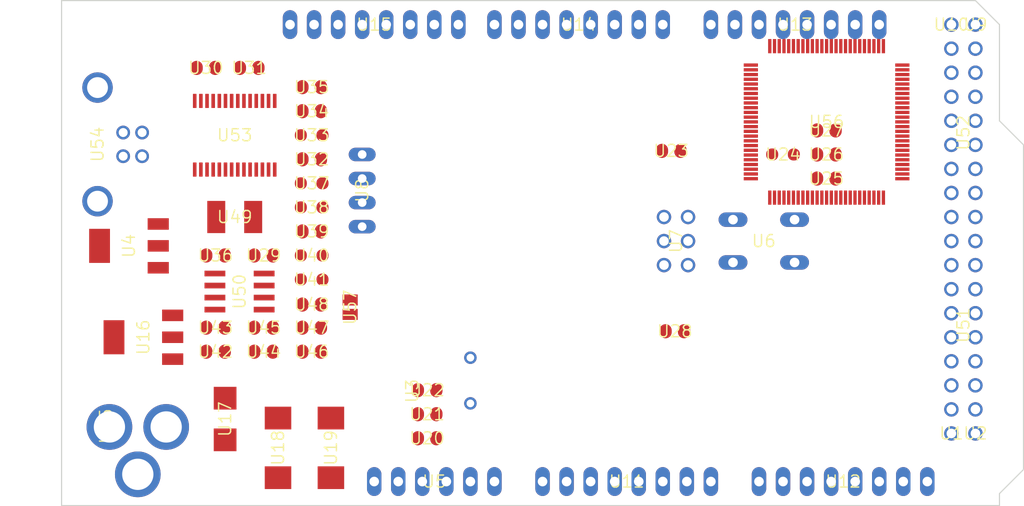
<source format=kicad_pcb>
(kicad_pcb (version 20221018) (generator pcbnew)
  (layers (0 "F.Cu" signal "Top") (31 "B.Cu" signal "Bottom") (34 "B.Paste" user) (35 "F.Paste" user) (36 "B.SilkS" user "B.Silkscreen") (37 "F.SilkS" user "F.Silkscreen") (38 "B.Mask" user) (39 "F.Mask" user) (44 "Edge.Cuts" user))
  (net 0 "")
  (net 1 "+5V")
  (net 2 "GND")
  (net 3 "N$6")
  (net 4 "N$7")
  (net 5 "AREF")
  (net 6 "RESET")
  (net 7 "VIN")
  (net 8 "N$3")
  (net 9 "PWRIN")
  (net 10 "M8RXD")
  (net 11 "M8TXD")
  (net 12 "ADC0")
  (net 13 "ADC2")
  (net 14 "ADC1")
  (net 15 "ADC3")
  (net 16 "ADC4")
  (net 17 "ADC5")
  (net 18 "ADC6")
  (net 19 "ADC7")
  (net 20 "+3V3")
  (net 21 "SDA")
  (net 22 "SCL")
  (net 23 "ADC9")
  (net 24 "ADC8")
  (net 25 "ADC10")
  (net 26 "ADC11")
  (net 27 "ADC12")
  (net 28 "ADC13")
  (net 29 "ADC14")
  (net 30 "ADC15")
  (net 31 "PB3")
  (net 32 "PB2")
  (net 33 "PB1")
  (net 34 "PB5")
  (net 35 "PB4")
  (net 36 "PE5")
  (net 37 "PE4")
  (net 38 "PE3")
  (net 39 "PE1")
  (net 40 "PE0")
  (net 41 "N$15")
  (net 42 "N$53")
  (net 43 "N$54")
  (net 44 "N$55")
  (net 45 "D-")
  (net 46 "D+")
  (net 47 "N$60")
  (net 48 "DTR")
  (net 49 "USBVCC")
  (net 50 "N$2")
  (net 51 "N$4")
  (net 52 "GATE_CMD")
  (net 53 "CMP")
  (net 54 "PB6")
  (net 55 "PH3")
  (net 56 "PH4")
  (net 57 "PH5")
  (net 58 "PH6")
  (net 59 "PG5")
  (net 60 "RXD1")
  (net 61 "TXD1")
  (net 62 "RXD2")
  (net 63 "RXD3")
  (net 64 "TXD2")
  (net 65 "TXD3")
  (net 66 "PC0")
  (net 67 "PC1")
  (net 68 "PC2")
  (net 69 "PC3")
  (net 70 "PC4")
  (net 71 "PC5")
  (net 72 "PC6")
  (net 73 "PC7")
  (net 74 "PB0")
  (net 75 "PG0")
  (net 76 "PG1")
  (net 77 "PG2")
  (net 78 "PD7")
  (net 79 "PA0")
  (net 80 "PA1")
  (net 81 "PA2")
  (net 82 "PA3")
  (net 83 "PA4")
  (net 84 "PA5")
  (net 85 "PA6")
  (net 86 "PA7")
  (net 87 "PL0")
  (net 88 "PL1")
  (net 89 "PL2")
  (net 90 "PL3")
  (net 91 "PL4")
  (net 92 "PL5")
  (net 93 "PL6")
  (net 94 "PL7")
  (net 95 "PB7")
  (net 96 "CTS")
  (net 97 "DSR")
  (net 98 "DCD")
  (net 99 "RI")
  (footprint "Arduino_MEGA_Reference_Design:2X03" (layer "F.Cu") (at 162.5981 103.7336 -90)
    (fp_text reference "U7")
    (fp_text value "")
  )
  (footprint "Arduino_MEGA_Reference_Design:1X08" (layer "F.Cu") (at 152.3111 80.8736 180)
    (fp_text reference "U14")
    (fp_text value "")
  )
  (footprint "Arduino_MEGA_Reference_Design:1X08" (layer "F.Cu") (at 130.7211 80.8736 180)
    (fp_text reference "U15")
    (fp_text value "")
  )
  (footprint "Arduino_MEGA_Reference_Design:SMC_D" (layer "F.Cu") (at 120.5611 125.5776 -90)
    (fp_text reference "U18")
    (fp_text value "")
  )
  (footprint "Arduino_MEGA_Reference_Design:SMC_D" (layer "F.Cu") (at 126.1491 125.5776 -90)
    (fp_text reference "U19")
    (fp_text value "")
  )
  (footprint "Arduino_MEGA_Reference_Design:B3F-10XX" (layer "F.Cu") (at 171.8691 103.7336 180)
    (fp_text reference "U6")
    (fp_text value "")
  )
  (footprint "Arduino_MEGA_Reference_Design:0805RND" (layer "F.Cu") (at 173.9011 94.5896 180)
    (fp_text reference "U24")
    (fp_text value "")
  )
  (footprint "Arduino_MEGA_Reference_Design:SMB" (layer "F.Cu") (at 114.9731 122.5296 -90)
    (fp_text reference "U17")
    (fp_text value "")
  )
  (footprint "Arduino_MEGA_Reference_Design:DC-21MM" (layer "F.Cu") (at 103.0351 123.2916 90)
    (fp_text reference "U55")
    (fp_text value "")
  )
  (footprint "Arduino_MEGA_Reference_Design:HC49_S" (layer "F.Cu") (at 140.8811 118.4656 90)
    (fp_text reference "U3")
    (fp_text value "")
  )
  (footprint "Arduino_MEGA_Reference_Design:SOT223" (layer "F.Cu") (at 106.3371 113.8936 90)
    (fp_text reference "U16")
    (fp_text value "")
  )
  (footprint "Arduino_MEGA_Reference_Design:1X06" (layer "F.Cu") (at 137.0711 129.1336)
    (fp_text reference "U5")
    (fp_text value "")
  )
  (footprint "Arduino_MEGA_Reference_Design:C0805RND" (layer "F.Cu") (at 124.1171 87.4776)
    (fp_text reference "U35")
    (fp_text value "")
  )
  (footprint "Arduino_MEGA_Reference_Design:C0805RND" (layer "F.Cu") (at 162.4711 113.2586)
    (fp_text reference "U28")
    (fp_text value "")
  )
  (footprint "Arduino_MEGA_Reference_Design:C0805RND" (layer "F.Cu") (at 136.3091 122.0216)
    (fp_text reference "U21")
    (fp_text value "")
  )
  (footprint "Arduino_MEGA_Reference_Design:C0805RND" (layer "F.Cu") (at 136.3091 119.4816)
    (fp_text reference "U22")
    (fp_text value "")
  )
  (footprint "Arduino_MEGA_Reference_Design:C0805RND" (layer "F.Cu") (at 113.9571 112.8776)
    (fp_text reference "U43")
    (fp_text value "")
  )
  (footprint "Arduino_MEGA_Reference_Design:RCL_0805RND" (layer "F.Cu") (at 124.1171 105.2576)
    (fp_text reference "U40")
    (fp_text value "")
  )
  (footprint "Arduino_MEGA_Reference_Design:RCL_0805RND" (layer "F.Cu") (at 124.1171 107.7976)
    (fp_text reference "U41")
    (fp_text value "")
  )
  (footprint "Arduino_MEGA_Reference_Design:1X08" (layer "F.Cu") (at 157.3911 129.1336)
    (fp_text reference "U11")
    (fp_text value "")
  )
  (footprint "Arduino_MEGA_Reference_Design:1X08" (layer "F.Cu") (at 175.1711 80.8736 180)
    (fp_text reference "U13")
    (fp_text value "")
  )
  (footprint "Arduino_MEGA_Reference_Design:R0805RND" (layer "F.Cu") (at 178.4731 94.5896 180)
    (fp_text reference "U26")
    (fp_text value "")
  )
  (footprint "Arduino_MEGA_Reference_Design:R0805RND" (layer "F.Cu") (at 178.4731 92.0496 180)
    (fp_text reference "U27")
    (fp_text value "")
  )
  (footprint "Arduino_MEGA_Reference_Design:TQFP100" (layer "F.Cu") (at 178.50128173828125 91.14759826660156 0)
    (fp_text reference "U56")
    (fp_text value "")
  )
  (footprint "Arduino_MEGA_Reference_Design:C0805RND" (layer "F.Cu") (at 162.0901 94.2086 180)
    (fp_text reference "U23")
    (fp_text value "")
  )
  (footprint "Arduino_MEGA_Reference_Design:C0805RND" (layer "F.Cu") (at 136.3091 124.5616)
    (fp_text reference "U20")
    (fp_text value "")
  )
  (footprint "Arduino_MEGA_Reference_Design:1X08" (layer "F.Cu") (at 180.2511 129.1336)
    (fp_text reference "U12")
    (fp_text value "")
  )
  (footprint "Arduino_MEGA_Reference_Design:R0805RND" (layer "F.Cu") (at 124.1171 112.8776)
    (fp_text reference "U47")
    (fp_text value "")
  )
  (footprint "Arduino_MEGA_Reference_Design:C0805RND" (layer "F.Cu") (at 124.1171 115.4176)
    (fp_text reference "U46")
    (fp_text value "")
  )
  (footprint "Arduino_MEGA_Reference_Design:C0805RND" (layer "F.Cu") (at 113.9571 105.2576)
    (fp_text reference "U36")
    (fp_text value "")
  )
  (footprint "Arduino_MEGA_Reference_Design:C0805RND" (layer "F.Cu") (at 112.9411 85.4456)
    (fp_text reference "U30")
    (fp_text value "")
  )
  (footprint "Arduino_MEGA_Reference_Design:0805RND" (layer "F.Cu") (at 124.1171 100.1776 180)
    (fp_text reference "U38")
    (fp_text value "")
  )
  (footprint "Arduino_MEGA_Reference_Design:0805RND" (layer "F.Cu") (at 124.1171 97.6376 180)
    (fp_text reference "U37")
    (fp_text value "")
  )
  (footprint "Arduino_MEGA_Reference_Design:R0805RND" (layer "F.Cu") (at 124.1171 95.0976)
    (fp_text reference "U32")
    (fp_text value "")
  )
  (footprint "Arduino_MEGA_Reference_Design:R0805RND" (layer "F.Cu") (at 124.1171 102.7176)
    (fp_text reference "U39")
    (fp_text value "")
  )
  (footprint "Arduino_MEGA_Reference_Design:SSOP28" (layer "F.Cu") (at 115.9891 92.5576)
    (fp_text reference "U53")
    (fp_text value "")
  )
  (footprint "Arduino_MEGA_Reference_Design:PN61729" (layer "F.Cu") (at 98.9584 93.5228 -90)
    (fp_text reference "U54")
    (fp_text value "")
  )
  (footprint "Arduino_MEGA_Reference_Design:L1812" (layer "F.Cu") (at 115.9891 101.1936)
    (fp_text reference "U49")
    (fp_text value "")
  )
  (footprint "Arduino_MEGA_Reference_Design:C0805RND" (layer "F.Cu") (at 117.5131 85.4456)
    (fp_text reference "U31")
    (fp_text value "")
  )
  (footprint "Arduino_MEGA_Reference_Design:0805RND" (layer "F.Cu") (at 124.1171 92.5576 180)
    (fp_text reference "U33")
    (fp_text value "")
  )
  (footprint "Arduino_MEGA_Reference_Design:R0805RND" (layer "F.Cu") (at 124.1171 90.0176 180)
    (fp_text reference "U34")
    (fp_text value "")
  )
  (footprint "Arduino_MEGA_Reference_Design:C0805RND" (layer "F.Cu") (at 124.1171 110.4392 180)
    (fp_text reference "U48")
    (fp_text value "")
  )
  (footprint "Arduino_MEGA_Reference_Design:SOT223" (layer "F.Cu") (at 104.8131 104.2416 90)
    (fp_text reference "U4")
    (fp_text value "")
  )
  (footprint "Arduino_MEGA_Reference_Design:SO08" (layer "F.Cu") (at 116.4971 109.0676 -90)
    (fp_text reference "U50")
    (fp_text value "")
  )
  (footprint "Arduino_MEGA_Reference_Design:R0805RND" (layer "F.Cu") (at 113.9571 115.4176 180)
    (fp_text reference "U42")
    (fp_text value "")
  )
  (footprint "Arduino_MEGA_Reference_Design:R0805RND" (layer "F.Cu") (at 119.0371 112.8776 180)
    (fp_text reference "U45")
    (fp_text value "")
  )
  (footprint "Arduino_MEGA_Reference_Design:C0805RND" (layer "F.Cu") (at 119.0371 115.4176 180)
    (fp_text reference "U44")
    (fp_text value "")
  )
  (footprint "Arduino_MEGA_Reference_Design:C0805RND" (layer "F.Cu") (at 119.0371 105.2576)
    (fp_text reference "U29")
    (fp_text value "")
  )
  (footprint "Arduino_MEGA_Reference_Design:2X08" (layer "F.Cu") (at 192.9511 92.3036 90)
    (fp_text reference "U52")
    (fp_text value "")
  )
  (footprint "Arduino_MEGA_Reference_Design:2X08" (layer "F.Cu") (at 192.9511 112.6236 90)
    (fp_text reference "U51")
    (fp_text value "")
  )
  (footprint "Arduino_MEGA_Reference_Design:R0805RND" (layer "F.Cu") (at 178.4731 97.1296 180)
    (fp_text reference "U25")
    (fp_text value "")
  )
  (footprint "Arduino_MEGA_Reference_Design:1X01" (layer "F.Cu") (at 191.6811 80.8736)
    (fp_text reference "U10")
    (fp_text value "")
  )
  (footprint "Arduino_MEGA_Reference_Design:1X01" (layer "F.Cu") (at 194.2211 80.8736)
    (fp_text reference "U9")
    (fp_text value "")
  )
  (footprint "Arduino_MEGA_Reference_Design:1X01" (layer "F.Cu") (at 191.6811 124.0536)
    (fp_text reference "U1")
    (fp_text value "")
  )
  (footprint "Arduino_MEGA_Reference_Design:1X01" (layer "F.Cu") (at 194.2211 124.0536)
    (fp_text reference "U2")
    (fp_text value "")
  )
  (footprint "Arduino_MEGA_Reference_Design:SJ" (layer "F.Cu") (at 128.1811 110.7186 -90)
    (fp_text reference "U57")
    (fp_text value "")
  )
  (footprint "Arduino_MEGA_Reference_Design:JP4" (layer "F.Cu") (at 129.4511 98.3996 -90)
    (fp_text reference "U8")
    (fp_text value "")
  )
  (gr_line (start 196.7611 80.8736) (end 196.7611 91.0336) (layer "Edge.Cuts") (width 0.12))
  (gr_line (start 196.7611 130.4036) (end 196.7611 131.6736) (layer "Edge.Cuts") (width 0.12))
  (gr_line (start 194.2211 78.3336) (end 196.7611 80.8736) (layer "Edge.Cuts") (width 0.12))
  (gr_line (start 97.7011 78.3336) (end 194.2211 78.3336) (layer "Edge.Cuts") (width 0.12))
  (gr_line (start 196.7611 91.0336) (end 199.3011 93.5736) (layer "Edge.Cuts") (width 0.12))
  (gr_line (start 97.7011 131.6736) (end 97.7011 78.3336) (layer "Edge.Cuts") (width 0.12))
  (gr_line (start 196.7611 131.6736) (end 97.7011 131.6736) (layer "Edge.Cuts") (width 0.12))
  (gr_line (start 199.3011 93.5736) (end 199.3011 127.8636) (layer "Edge.Cuts") (width 0.12))
  (gr_line (start 199.3011 127.8636) (end 196.7611 130.4036) (layer "Edge.Cuts") (width 0.12))
)
</source>
